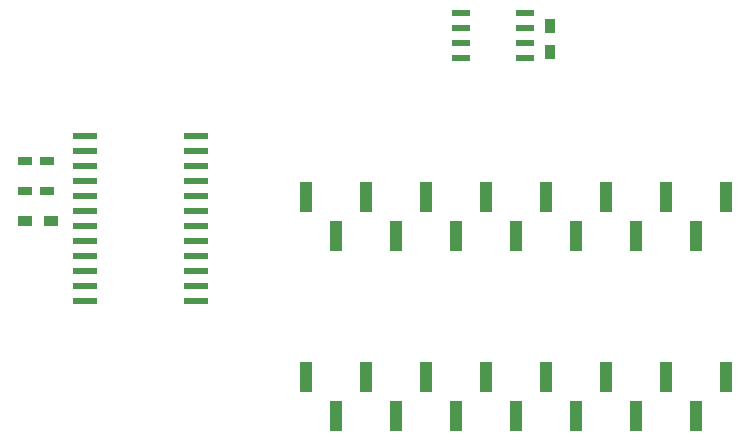
<source format=gbr>
G04 #@! TF.GenerationSoftware,KiCad,Pcbnew,(5.1.4-0-10_14)*
G04 #@! TF.CreationDate,2019-11-08T07:47:01+01:00*
G04 #@! TF.ProjectId,Caution Light Panel,43617574-696f-46e2-904c-696768742050,rev?*
G04 #@! TF.SameCoordinates,Original*
G04 #@! TF.FileFunction,Paste,Bot*
G04 #@! TF.FilePolarity,Positive*
%FSLAX46Y46*%
G04 Gerber Fmt 4.6, Leading zero omitted, Abs format (unit mm)*
G04 Created by KiCad (PCBNEW (5.1.4-0-10_14)) date 2019-11-08 07:47:01*
%MOMM*%
%LPD*%
G04 APERTURE LIST*
%ADD10R,1.200000X0.750000*%
%ADD11R,2.000000X0.600000*%
%ADD12R,1.000000X2.510000*%
%ADD13R,0.900000X1.200000*%
%ADD14R,1.200000X0.900000*%
%ADD15R,1.550000X0.600000*%
G04 APERTURE END LIST*
D10*
X110170000Y-87630000D03*
X108270000Y-87630000D03*
X110170000Y-85090000D03*
X108270000Y-85090000D03*
D11*
X122760200Y-83032600D03*
X122760200Y-84302600D03*
X122760200Y-85572600D03*
X122760200Y-86842600D03*
X122760200Y-88112600D03*
X122760200Y-89382600D03*
X122760200Y-90652600D03*
X122760200Y-91922600D03*
X122760200Y-93192600D03*
X122760200Y-94462600D03*
X122760200Y-95732600D03*
X122760200Y-97002600D03*
X113360200Y-97002600D03*
X113360200Y-95732600D03*
X113360200Y-94462600D03*
X113360200Y-93192600D03*
X113360200Y-91922600D03*
X113360200Y-90652600D03*
X113360200Y-89382600D03*
X113360200Y-88112600D03*
X113360200Y-86842600D03*
X113360200Y-85572600D03*
X113360200Y-84302600D03*
X113360200Y-83032600D03*
D12*
X132080000Y-88130000D03*
X137160000Y-88130000D03*
X142240000Y-88130000D03*
X147320000Y-88130000D03*
X152400000Y-88130000D03*
X157480000Y-88130000D03*
X162560000Y-88130000D03*
X167640000Y-88130000D03*
X134620000Y-91440000D03*
X139700000Y-91440000D03*
X144780000Y-91440000D03*
X149860000Y-91440000D03*
X154940000Y-91440000D03*
X160020000Y-91440000D03*
X165100000Y-91440000D03*
X132080000Y-103370000D03*
X137160000Y-103370000D03*
X142240000Y-103370000D03*
X147320000Y-103370000D03*
X152400000Y-103370000D03*
X157480000Y-103370000D03*
X162560000Y-103370000D03*
X167640000Y-103370000D03*
X134620000Y-106680000D03*
X139700000Y-106680000D03*
X144780000Y-106680000D03*
X149860000Y-106680000D03*
X154940000Y-106680000D03*
X160020000Y-106680000D03*
X165100000Y-106680000D03*
D13*
X152763220Y-75918060D03*
X152763220Y-73718060D03*
D14*
X108290000Y-90170000D03*
X110490000Y-90170000D03*
D15*
X145224540Y-76436220D03*
X145224540Y-75166220D03*
X145224540Y-73896220D03*
X145224540Y-72626220D03*
X150624540Y-72626220D03*
X150624540Y-73896220D03*
X150624540Y-75166220D03*
X150624540Y-76436220D03*
M02*

</source>
